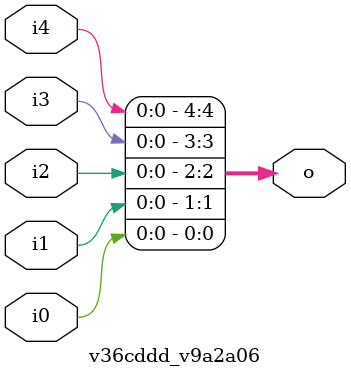
<source format=v>


`default_nettype none

//---- Top entity
module main #(
 parameter v771499 = "v771499.list"
) (
 input vclk,
 output [3:0] v894180,
 output [0:0] vinit
);
 localparam p0 = v771499;
 wire [0:7] w1;
 wire [0:3] w2;
 wire [0:7] w3;
 wire w4;
 assign v894180 = w2;
 assign w4 = vclk;
 v6809d2 #(
  .v9298ae(p0)
 ) v60d27e (
  .v6d8c97(w1),
  .vc4e0ba(w3),
  .v6dda25(w4)
 );
 vda0861 vf2b781 (
  .vffb58f(w1)
 );
 v6bdcd9 v78e5a8 (
  .v2cc41f(w2),
  .vcc8c7c(w3)
 );
 assign vinit = 1'b0;
endmodule

//---- Top entity
module v6809d2 #(
 parameter v9298ae = "v9298ae.list"
) (
 input v6dda25,
 input [7:0] v6d8c97,
 output [7:0] vc4e0ba
);
 localparam p3 = v9298ae;
 wire w0;
 wire w1;
 wire w2;
 wire w4;
 wire w5;
 wire w6;
 wire w7;
 wire [0:7] w8;
 wire [0:7] w9;
 wire w10;
 wire [0:31] w11;
 wire [0:31] w12;
 wire [0:31] w13;
 wire [0:31] w14;
 wire [0:31] w15;
 wire [0:3] w16;
 wire w17;
 wire w18;
 wire w19;
 assign w4 = v6dda25;
 assign w5 = v6dda25;
 assign w6 = v6dda25;
 assign w7 = v6dda25;
 assign vc4e0ba = w8;
 assign w9 = v6d8c97;
 assign w1 = w0;
 assign w5 = w4;
 assign w6 = w4;
 assign w6 = w5;
 assign w7 = w4;
 assign w7 = w5;
 assign w7 = w6;
 assign w12 = w11;
 vf1cffe v468719 (
  .ve9ba68(w0),
  .v79476f(w1),
  .v6dda25(w4),
  .v27dec4(w10),
  .v9231ba(w11),
  .vfc9252(w13),
  .va0e119(w14),
  .ve17e80(w16)
 );
 vd30ca9 v16f275 (
  .v9fb85f(w0)
 );
 v893ac6 #(
  .vba98fe(p3)
 ) vc59f55 (
  .v6dda25(w5),
  .v5d7e06(w11),
  .v9a5b8a(w15)
 );
 ve4c3a8 v29c9ed (
  .v5c832d(w12),
  .v4642b6(w17),
  .vd02149(w18),
  .vafdfa0(w19)
 );
 vf68661 v66eb94 (
  .v6dda25(w7),
  .vfeb41a(w8),
  .vf837fe(w13),
  .ve9e5a1(w16),
  .ve146f6(w19)
 );
 v145d1e v3f3e01 (
  .vc74a9c(w9),
  .vb76294(w14),
  .vb79ed5(w15),
  .v6287a6(w17),
  .v19f646(w18)
 );
 v04e061 vb15d38 (
  .v4642b6(w2),
  .vd6bebe(w6)
 );
 v3676a0 vd1c5e9 (
  .v0e28cb(w2),
  .vcbab45(w10)
 );
endmodule

//---------------------------------------------------
//-- Generic-comp-clk
//-- - - - - - - - - - - - - - - - - - - - - - - - --
//-- Generic component with clk input
//---------------------------------------------------
//---- Top entity
module vf1cffe (
 input v6dda25,
 input v27dec4,
 input [31:0] va0e119,
 input v79476f,
 input ve9ba68,
 output [31:0] v9231ba,
 output [31:0] vfc9252,
 output [3:0] ve17e80,
 output v8d2eee
);
 wire w0;
 wire [0:31] w1;
 wire w2;
 wire w3;
 wire [0:31] w4;
 wire [0:31] w5;
 wire [0:3] w6;
 wire w7;
 wire w8;
 assign w0 = v27dec4;
 assign w1 = va0e119;
 assign w2 = v79476f;
 assign w3 = ve9ba68;
 assign v9231ba = w4;
 assign vfc9252 = w5;
 assign ve17e80 = w6;
 assign v8d2eee = w7;
 assign w8 = v6dda25;
 vf1cffe_v172245 v172245 (
  .reset(w0),
  .mem_rdata(w1),
  .mem_rbusy(w2),
  .mem_wbusy(w3),
  .mem_addr(w4),
  .mem_wdata(w5),
  .mem_wmask(w6),
  .mem_rstrb(w7),
  .clk(w8)
 );
endmodule

//---------------------------------------------------
//-- RV32I
//-- - - - - - - - - - - - - - - - - - - - - - - - --
//-- RV32I
//---------------------------------------------------

module vf1cffe_v172245 (
 input clk,
 input reset,
 input [31:0] mem_rdata,
 input mem_rbusy,
 input mem_wbusy,
 output [31:0] mem_addr,
 output [31:0] mem_wdata,
 output [3:0] mem_wmask,
 output mem_rstrb
);
    localparam RESET_ADDR = 0;
    parameter ADDR_WIDTH       = 24;           
 
    localparam ADDR_PAD = {(32-ADDR_WIDTH){1'b0}}; // 32-bits padding for addrs
 
  /***************************************************************************/
  // Instruction decoding.
  /***************************************************************************/
 
  // Extracts rd,rs1,rs2,funct3,imm and opcode from instruction. 
  // Reference: Table page 104 of:
  // https://content.riscv.org/wp-content/uploads/2017/05/riscv-spec-v2.2.pdf
 
  // The destination register
  wire [4:0] rdId = instr[11:7];
 
  // The ALU function, decoded in 1-hot form (doing so reduces LUT count)
  // It is used as follows: funct3Is[val] <=> funct3 == val
  (* onehot *)
  wire [7:0] funct3Is = 8'b00000001 << instr[14:12];
 
  // The five immediate formats, see RiscV reference (link above), Fig. 2.4 p. 12
  wire [31:0] Uimm = {    instr[31],   instr[30:12], {12{1'b0}}};
  wire [31:0] Iimm = {{21{instr[31]}}, instr[30:20]};
  /* verilator lint_off UNUSED */ // MSBs of SBJimms are not used by addr adder. 
  wire [31:0] Simm = {{21{instr[31]}}, instr[30:25],instr[11:7]};
  wire [31:0] Bimm = {{20{instr[31]}}, instr[7],instr[30:25],instr[11:8],1'b0};
  wire [31:0] Jimm = {{12{instr[31]}}, instr[19:12],instr[20],instr[30:21],1'b0};
  /* verilator lint_on UNUSED */
 
    // Base RISC-V (RV32I) has only 10 different instructions !
    wire isLoad    =  (instr[6:2] == 5'b00000); // rd <- mem[rs1+Iimm]
    wire isALUimm  =  (instr[6:2] == 5'b00100); // rd <- rs1 OP Iimm
    wire isAUIPC   =  (instr[6:2] == 5'b00101); // rd <- PC + Uimm
    wire isStore   =  (instr[6:2] == 5'b01000); // mem[rs1+Simm] <- rs2
    wire isALUreg  =  (instr[6:2] == 5'b01100); // rd <- rs1 OP rs2
    wire isLUI     =  (instr[6:2] == 5'b01101); // rd <- Uimm
    wire isBranch  =  (instr[6:2] == 5'b11000); // if(rs1 OP rs2) PC<-PC+Bimm
    wire isJALR    =  (instr[6:2] == 5'b11001); // rd <- PC+4; PC<-rs1+Iimm
    wire isJAL     =  (instr[6:2] == 5'b11011); // rd <- PC+4; PC<-PC+Jimm
    wire isSYSTEM  =  (instr[6:2] == 5'b11100); // rd <- cycles
 
    wire isALU = isALUimm | isALUreg;
 
    /***************************************************************************/
    // The register file.
    /***************************************************************************/
    
    reg [31:0] rs1;
    reg [31:0] rs2;
    reg [31:0] registerFile [31:0];
 
    always @(posedge clk) begin
      if (writeBack)
        if (rdId != 0)
          registerFile[rdId] <= writeBackData;
    end
 
    /***************************************************************************/
    // The ALU. Does operations and tests combinatorially, except shifts.
    /***************************************************************************/
 
    // First ALU source, always rs1
    wire [31:0] aluIn1 = rs1;
 
    // Second ALU source, depends on opcode:
    //    ALUreg, Branch:     rs2
    //    ALUimm, Load, JALR: Iimm
    wire [31:0] aluIn2 = isALUreg | isBranch ? rs2 : Iimm;
 
    reg  [31:0] aluReg;       // The internal register of the ALU, used by shift.
    reg  [4:0]  aluShamt;     // Current shift amount.
 
    wire aluBusy = |aluShamt; // ALU is busy if shift amount is non-zero.
    wire aluWr;               // ALU write strobe, starts shifting.
 
    // The adder is used by both arithmetic instructions and JALR.
    wire [31:0] aluPlus = aluIn1 + aluIn2;
 
    // Use a single 33 bits subtract to do subtraction and all comparisons
    // (trick borrowed from swapforth/J1)
    wire [32:0] aluMinus = {1'b1, ~aluIn2} + {1'b0,aluIn1} + 33'b1;
    wire        LT  = (aluIn1[31] ^ aluIn2[31]) ? aluIn1[31] : aluMinus[32];
    wire        LTU = aluMinus[32];
    wire        EQ  = (aluMinus[31:0] == 0);
 
    // Notes:
    // - instr[30] is 1 for SUB and 0 for ADD
    // - for SUB, need to test also instr[5] to discriminate ADDI:
    //    (1 for ADD/SUB, 0 for ADDI, and Iimm used by ADDI overlaps bit 30 !)
    // - instr[30] is 1 for SRA (do sign extension) and 0 for SRL
    
    wire [31:0] aluOut =
      (funct3Is[0]  ? instr[30] & instr[5] ? aluMinus[31:0] : aluPlus : 32'b0) | 
      (funct3Is[2]  ? {31'b0, LT}                                     : 32'b0) | 
      (funct3Is[3]  ? {31'b0, LTU}                                    : 32'b0) | 
      (funct3Is[4]  ? aluIn1 ^ aluIn2                                 : 32'b0) | 
      (funct3Is[6]  ? aluIn1 | aluIn2                                 : 32'b0) | 
      (funct3Is[7]  ? aluIn1 & aluIn2                                 : 32'b0) | 
      (funct3IsShift ? aluReg                                         : 32'b0) ; 
 
    wire funct3IsShift = funct3Is[1] | funct3Is[5];
 
    always @(posedge clk) begin
       if(aluWr) begin
          if (funct3IsShift) begin  // SLL, SRA, SRL
 	    aluReg <= aluIn1; 
 	    aluShamt <= aluIn2[4:0]; 
 	 end 
       end 
 
       // Compact form of:
       // funct3=001              -> SLL  (aluReg <= aluReg << 1)      
       // funct3=101 &  instr[30] -> SRA  (aluReg <= {aluReg[31], aluReg[31:1]})
       // funct3=101 & !instr[30] -> SRL  (aluReg <= {1'b0,       aluReg[31:1]})
 
       if (|aluShamt) begin
          aluShamt <= aluShamt - 1;
 	 aluReg <= funct3Is[1] ? aluReg << 1 :              // SLL
 		   {instr[30] & aluReg[31], aluReg[31:1]};  // SRA,SRL
       end
    end
 
    /***************************************************************************/
    // The predicate for conditional branches.
    /***************************************************************************/
 
    wire predicate =
         funct3Is[0] &  EQ  | // BEQ
         funct3Is[1] & !EQ  | // BNE
         funct3Is[4] &  LT  | // BLT
         funct3Is[5] & !LT  | // BGE
         funct3Is[6] &  LTU | // BLTU
         funct3Is[7] & !LTU ; // BGEU
 
    /***************************************************************************/
    // Program counter and branch target computation.
    /***************************************************************************/
 
    reg  [ADDR_WIDTH-1:0] PC; // The program counter.
    reg  [31:2] instr;        // Latched instruction. Note that bits 0 and 1 are
                              // ignored (not used in RV32I base instr set).
 
    wire [ADDR_WIDTH-1:0] PCplus4 = PC + 4;
 
    // An adder used to compute branch address, JAL address and AUIPC.
    // branch->PC+Bimm    AUIPC->PC+Uimm    JAL->PC+Jimm
    // Equivalent to PCplusImm = PC + (isJAL ? Jimm : isAUIPC ? Uimm : Bimm)
    wire [ADDR_WIDTH-1:0] PCplusImm = PC + ( instr[3] ? Jimm[ADDR_WIDTH-1:0] : 
 					    instr[4] ? Uimm[ADDR_WIDTH-1:0] : 
 					               Bimm[ADDR_WIDTH-1:0] );
 
    // A separate adder to compute the destination of load/store.
    // testing instr[5] is equivalent to testing isStore in this context.
    wire [ADDR_WIDTH-1:0] loadstore_addr = rs1[ADDR_WIDTH-1:0] + 
 		   (instr[5] ? Simm[ADDR_WIDTH-1:0] : Iimm[ADDR_WIDTH-1:0]);
 
    assign mem_addr = {ADDR_PAD, 
 		       state[WAIT_INSTR_bit] | state[FETCH_INSTR_bit] ? 
 		       PC : loadstore_addr
 		     };
 
    /***************************************************************************/
    // The value written back to the register file.
    /***************************************************************************/
 
    wire [31:0] writeBackData  =
       /* verilator lint_off WIDTH */	       	       
       (isSYSTEM            ? cycles               : 32'b0) |  // SYSTEM
       /* verilator lint_on WIDTH */	       	       	       
       (isLUI               ? Uimm                 : 32'b0) |  // LUI
       (isALU               ? aluOut               : 32'b0) |  // ALUreg, ALUimm
       (isAUIPC             ? {ADDR_PAD,PCplusImm} : 32'b0) |  // AUIPC
       (isJALR   | isJAL    ? {ADDR_PAD,PCplus4  } : 32'b0) |  // JAL, JALR
       (isLoad              ? LOAD_data            : 32'b0);   // Load
 
    /***************************************************************************/
    // LOAD/STORE
    /***************************************************************************/
 
    // All memory accesses are aligned on 32 bits boundary. For this
    // reason, we need some circuitry that does unaligned halfword
    // and byte load/store, based on:
    // - funct3[1:0]:  00->byte 01->halfword 10->word
    // - mem_addr[1:0]: indicates which byte/halfword is accessed
 
    wire mem_byteAccess     = instr[13:12] == 2'b00; // funct3[1:0] == 2'b00;
    wire mem_halfwordAccess = instr[13:12] == 2'b01; // funct3[1:0] == 2'b01;
 
    // LOAD, in addition to funct3[1:0], LOAD depends on:
    // - funct3[2] (instr[14]): 0->do sign expansion   1->no sign expansion
 
    wire LOAD_sign = 
 	!instr[14] & (mem_byteAccess ? LOAD_byte[7] : LOAD_halfword[15]);
 
    wire [31:0] LOAD_data =
          mem_byteAccess ? {{24{LOAD_sign}},     LOAD_byte} :
      mem_halfwordAccess ? {{16{LOAD_sign}}, LOAD_halfword} :
                           mem_rdata ;
 
    wire [15:0] LOAD_halfword = 
 	       loadstore_addr[1] ? mem_rdata[31:16] : mem_rdata[15:0];
    
    wire  [7:0] LOAD_byte = 
 	       loadstore_addr[0] ? LOAD_halfword[15:8] : LOAD_halfword[7:0];
 
    // STORE
 
    assign mem_wdata[ 7: 0] = rs2[7:0];
    assign mem_wdata[15: 8] = loadstore_addr[0] ? rs2[7:0]  : rs2[15: 8];
    assign mem_wdata[23:16] = loadstore_addr[1] ? rs2[7:0]  : rs2[23:16];
    assign mem_wdata[31:24] = loadstore_addr[0] ? rs2[7:0]  : 
 			     loadstore_addr[1] ? rs2[15:8] : rs2[31:24];
 
    // The memory write mask:
    //    1111                     if writing a word
    //    0011 or 1100             if writing a halfword 
    //                                (depending on loadstore_addr[1])
    //    0001, 0010, 0100 or 1000 if writing a byte     
    //                                (depending on loadstore_addr[1:0])
 
    wire [3:0] STORE_wmask =
 	      mem_byteAccess      ? 
 	            (loadstore_addr[1] ? 
 		          (loadstore_addr[0] ? 4'b1000 : 4'b0100) :
 		          (loadstore_addr[0] ? 4'b0010 : 4'b0001) 
                     ) :
 	      mem_halfwordAccess ? 
 	            (loadstore_addr[1] ? 4'b1100 : 4'b0011) :
               4'b1111;
 
    /*************************************************************************/
    // And, last but not least, the state machine.
    /*************************************************************************/
 
    localparam FETCH_INSTR_bit     = 0;
    localparam WAIT_INSTR_bit      = 1;
    localparam EXECUTE_bit         = 2;
    localparam WAIT_ALU_OR_MEM_bit = 3;
    localparam NB_STATES           = 4;
 
    localparam FETCH_INSTR     = 1 << FETCH_INSTR_bit;
    localparam WAIT_INSTR      = 1 << WAIT_INSTR_bit;
    localparam EXECUTE         = 1 << EXECUTE_bit;
    localparam WAIT_ALU_OR_MEM = 1 << WAIT_ALU_OR_MEM_bit;
    
    (* onehot *)
    reg [NB_STATES-1:0] state;
 
    // The signals (internal and external) that are determined
    // combinatorially from state and other signals.
 
    // register write-back enable.
    wire writeBack = ~(isBranch | isStore ) & 
 	            (state[EXECUTE_bit] | state[WAIT_ALU_OR_MEM_bit]);
 
    // The memory-read signal.
    assign mem_rstrb = state[EXECUTE_bit] & isLoad | state[FETCH_INSTR_bit];
 
    // The mask for memory-write.
    assign mem_wmask = {4{state[EXECUTE_bit] & isStore}} & STORE_wmask;
 
    // aluWr starts computation (shifts) in the ALU.
    assign aluWr = state[EXECUTE_bit] & isALU;
 
    wire jumpToPCplusImm = isJAL | (isBranch & predicate);
 `ifdef NRV_IS_IO_ADDR  
    wire needToWait = isLoad | 
 		     isStore  & `NRV_IS_IO_ADDR(mem_addr) | 
 		     isALU & funct3IsShift;
 `else
    wire needToWait = isLoad | isStore | isALU & funct3IsShift;   
 `endif
    
    always @(posedge clk) begin
       if(!reset) begin
          state      <= WAIT_ALU_OR_MEM; // Just waiting for !mem_wbusy
          PC         <= RESET_ADDR[ADDR_WIDTH-1:0];
       end else
 
       // See note [1] at the end of this file.
       (* parallel_case *)
       case(1'b1)
 
         state[WAIT_INSTR_bit]: begin
            if(!mem_rbusy) begin // may be high when executing from SPI flash
               rs1 <= registerFile[mem_rdata[19:15]];
               rs2 <= registerFile[mem_rdata[24:20]];
               instr <= mem_rdata[31:2]; // Bits 0 and 1 are ignored (see
               state <= EXECUTE;         // also the declaration of instr).
            end
         end
 
         state[EXECUTE_bit]: begin
            PC <= isJALR          ? {aluPlus[ADDR_WIDTH-1:1],1'b0} :
                  jumpToPCplusImm ? PCplusImm :
                  PCplus4;
 	   state <= needToWait ? WAIT_ALU_OR_MEM : FETCH_INSTR;
         end
 
         state[WAIT_ALU_OR_MEM_bit]: begin
            if(!aluBusy & !mem_rbusy & !mem_wbusy) state <= FETCH_INSTR;
         end
 
         default: begin // FETCH_INSTR
           state <= WAIT_INSTR;
         end
 	
       endcase
    end
 
    /***************************************************************************/
    // Cycle counter
    /***************************************************************************/
 
 `ifdef NRV_COUNTER_WIDTH
    reg [`NRV_COUNTER_WIDTH-1:0]  cycles;   
 `else   
    reg [31:0]  cycles;
 `endif   
    always @(posedge clk) cycles <= cycles + 1;
 
 `ifdef BENCH
    initial begin
       cycles = 0;
       aluShamt = 0;
       registerFile[0] = 0;
    end
 `endif
 
 
 /*****************************************************************************/
 // Notes:
 //
 // [1] About the "reverse case" statement, also used in Claire Wolf's picorv32:
 // It is just a cleaner way of writing a series of cascaded if() statements,
 // To understand it, think about the case statement *in general* as follows:
 // case (expr)
 //       val_1: statement_1
 //       val_2: statement_2
 //   ... val_n: statement_n
 // endcase
 // The first statement_i such that expr == val_i is executed. 
 // Now if expr is 1'b1:
 // case (1'b1)
 //       cond_1: statement_1
 //       cond_2: statement_2
 //   ... cond_n: statement_n
 // endcase
 // It is *exactly the same thing*, the first statement_i such that
 // expr == cond_i is executed (that is, such that 1'b1 == cond_i,
 // in other words, such that cond_i is true)
 // More on this: 
 //     https://stackoverflow.com/questions/15418636/case-statement-in-verilog
 //
 // [2] state uses 1-hot encoding (at any time, state has only one bit set to 1).
 // It uses a larger number of bits (one bit per state), but often results in
 // a both more compact (fewer LUTs) and faster state machine.
 
 
 
endmodule
//---- Top entity
module vd30ca9 (
 output v9fb85f
);
 wire w0;
 assign v9fb85f = w0;
 vd30ca9_vb2eccd vb2eccd (
  .q(w0)
 );
endmodule

//---------------------------------------------------
//-- bit-0
//-- - - - - - - - - - - - - - - - - - - - - - - - --
//-- Constant bit 0
//---------------------------------------------------

module vd30ca9_vb2eccd (
 output q
);
 //-- Constant bit-0
 assign q = 1'b0;
 
 
endmodule
//---- Top entity
module v893ac6 #(
 parameter vba98fe = "vba98fe.list"
) (
 input v6dda25,
 input [31:0] v5d7e06,
 output [31:0] v9a5b8a
);
 localparam p6 = vba98fe;
 wire w0;
 wire [0:31] w1;
 wire w2;
 wire [0:31] w3;
 wire [0:9] w4;
 wire [0:31] w5;
 wire w7;
 wire [0:31] w8;
 wire [0:31] w9;
 assign w7 = v6dda25;
 assign v9a5b8a = w8;
 assign w9 = v5d7e06;
 vd30ca9 vc98086 (
  .v9fb85f(w0)
 );
 vd30ca9 v30628d (
  .v9fb85f(w2)
 );
 v2c97f6 v773b48 (
  .v7c9bd8(w3)
 );
 v675d07 #(
  .v5a4ee6(p6)
 ) vdbacf7 (
  .v23dc54(w2),
  .v6f4b70(w3),
  .vb261ad(w4),
  .v922e3d(w7),
  .vddff9f(w8)
 );
 v794b6d va8ea8d (
  .vef1612(w4),
  .ve841af(w5)
 );
 vaaf5c4 ve8e400 (
  .v712289(w0),
  .v51eedb(w1),
  .v4f6beb(w9)
 );
 vaaf5c4 v677471 (
  .v4f6beb(w1),
  .v51eedb(w5)
 );
endmodule

//---------------------------------------------------
//-- Generic-comp-clk
//-- - - - - - - - - - - - - - - - - - - - - - - - --
//-- Generic component with clk input
//---------------------------------------------------
//---- Top entity
module v2c97f6 #(
 parameter vfffc23 = 0
) (
 output [31:0] v7c9bd8
);
 localparam p0 = vfffc23;
 wire [0:31] w1;
 assign v7c9bd8 = w1;
 v959751 #(
  .vc5c8ea(p0)
 ) v9f49e7 (
  .vbc97e4(w1)
 );
endmodule

//---------------------------------------------------
//-- 32bits-Value_0
//-- - - - - - - - - - - - - - - - - - - - - - - - --
//-- 32bits constant value: 0
//---------------------------------------------------
//---- Top entity
module v959751 #(
 parameter vc5c8ea = 0
) (
 output [31:0] vbc97e4
);
 localparam p0 = vc5c8ea;
 wire [0:31] w1;
 assign vbc97e4 = w1;
 v959751_v465065 #(
  .VALUE(p0)
 ) v465065 (
  .k(w1)
 );
endmodule

//---------------------------------------------------
//-- 32-bits-gen-constant
//-- - - - - - - - - - - - - - - - - - - - - - - - --
//-- Generic: 32-bits generic constant
//---------------------------------------------------

module v959751_v465065 #(
 parameter VALUE = 0
) (
 output [31:0] k
);
 assign k = VALUE;
endmodule
//---- Top entity
module v675d07 #(
 parameter v5a4ee6 = "v5a4ee6.list"
) (
 input v922e3d,
 input [9:0] vb261ad,
 input [31:0] v6f4b70,
 input v23dc54,
 output [31:0] vddff9f
);
 localparam p2 = v5a4ee6;
 wire w0;
 wire w1;
 wire [0:9] w3;
 wire [0:31] w4;
 wire [0:31] w5;
 assign w0 = v922e3d;
 assign w1 = v23dc54;
 assign w3 = vb261ad;
 assign vddff9f = w4;
 assign w5 = v6f4b70;
 v675d07_vbaa912 #(
  .ROMF(p2)
 ) vbaa912 (
  .clk(w0),
  .wr(w1),
  .addr(w3),
  .data_out(w4),
  .data_in(w5)
 );
endmodule

//---------------------------------------------------
//-- Memory-1Kx32
//-- - - - - - - - - - - - - - - - - - - - - - - - --
//-- Smem 1kx32: Synchronous memory: 1024 words of 32 bits
//---------------------------------------------------

module v675d07_vbaa912 #(
 parameter ROMF = 0
) (
 input clk,
 input [9:0] addr,
 input [31:0] data_in,
 input wr,
 output [31:0] data_out
);
 //-- Address with
 localparam ADDR_WIDTH = 10;
 //-- Data with
 localparam DATA_WIDTH = 32;
 
 //-- Size of the memory
 localparam SIZE = 1 << ADDR_WIDTH;
 
 //-- Memory itself
 reg [DATA_WIDTH-1:0] mem[0:SIZE-1];
 
 //-- The data_out is a registered output (not a wire)
 reg data_out;
 
 //-- Reading port: Synchronous
 always @(posedge clk)
 begin
   data_out <= mem[addr];
 end
 
 //-- Writing port: Synchronous
 always @(posedge clk)
 begin
     if (wr) mem[addr] <= data_in;
 end
 
 
 //-- Init the memory
 initial begin
   
   if (ROMF)
     $readmemh(ROMF, mem, 0, SIZE-1);
   
 end
 
endmodule
//---- Top entity
module v794b6d (
 input [31:0] ve841af,
 output [21:0] v51fb1f,
 output [9:0] vef1612
);
 wire [0:31] w0;
 wire [0:9] w1;
 wire [0:21] w2;
 assign w0 = ve841af;
 assign vef1612 = w1;
 assign v51fb1f = w2;
 v794b6d_v9a2a06 v9a2a06 (
  .i(w0),
  .o0(w1),
  .o1(w2)
 );
endmodule

//---------------------------------------------------
//-- Bus32-Split-22-10
//-- - - - - - - - - - - - - - - - - - - - - - - - --
//-- Bus32-Split-22-10: Split the 32-bits bus into two buses of 22 and 10 wires
//---------------------------------------------------

module v794b6d_v9a2a06 (
 input [31:0] i,
 output [21:0] o1,
 output [9:0] o0
);
 assign o1 = i[31:10];
 assign o0 = i[9:0];
endmodule
//---- Top entity
module vaaf5c4 (
 input v712289,
 input [31:0] v4f6beb,
 output [31:0] v51eedb,
 output v7e4f0f
);
 wire [0:31] w0;
 wire w1;
 wire w2;
 wire [0:30] w3;
 wire [0:31] w4;
 assign w0 = v4f6beb;
 assign v7e4f0f = w1;
 assign w2 = v712289;
 assign v51eedb = w4;
 vecd30a vd4273f (
  .ve841af(w0),
  .v8d1a42(w1),
  .v11ef80(w3)
 );
 v51b3c0 v9b7810 (
  .v411a12(w2),
  .vd40455(w3),
  .v7d0a31(w4)
 );
endmodule

//---------------------------------------------------
//-- SR1-32bits
//-- - - - - - - - - - - - - - - - - - - - - - - - --
//-- SR1-32bits: Shift  a 32-bit value one bit right. MSB is filled with the input  in
//---------------------------------------------------
//---- Top entity
module vecd30a (
 input [31:0] ve841af,
 output [30:0] v11ef80,
 output v8d1a42
);
 wire [0:31] w0;
 wire w1;
 wire [0:30] w2;
 assign w0 = ve841af;
 assign v8d1a42 = w1;
 assign v11ef80 = w2;
 vecd30a_v9a2a06 v9a2a06 (
  .i(w0),
  .o0(w1),
  .o1(w2)
 );
endmodule

//---------------------------------------------------
//-- Bus32-Split-31-1
//-- - - - - - - - - - - - - - - - - - - - - - - - --
//-- Bus32-Split-31-1: Split the 32-bits bus into two buses of 31 and 1 wires
//---------------------------------------------------

module vecd30a_v9a2a06 (
 input [31:0] i,
 output [30:0] o1,
 output o0
);
 assign o1 = i[31:1];
 assign o0 = i[0];
endmodule
//---- Top entity
module v51b3c0 (
 input v411a12,
 input [30:0] vd40455,
 output [31:0] v7d0a31
);
 wire [0:31] w0;
 wire [0:30] w1;
 wire w2;
 assign v7d0a31 = w0;
 assign w1 = vd40455;
 assign w2 = v411a12;
 v51b3c0_v9a2a06 v9a2a06 (
  .o(w0),
  .i0(w1),
  .i1(w2)
 );
endmodule

//---------------------------------------------------
//-- Bus32-Join-1-31
//-- - - - - - - - - - - - - - - - - - - - - - - - --
//-- Bus32-Join-1-31: Join the two buses into an 32-bits Bus
//---------------------------------------------------

module v51b3c0_v9a2a06 (
 input i1,
 input [30:0] i0,
 output [31:0] o
);
 assign o = {i1, i0};
 
endmodule
//---- Top entity
module ve4c3a8 #(
 parameter v389bd1 = 5'h1F
) (
 input [31:0] v5c832d,
 output v4642b6,
 output vafdfa0,
 output vd02149
);
 localparam p8 = v389bd1;
 wire w0;
 wire w1;
 wire w2;
 wire [0:14] w3;
 wire [0:4] w4;
 wire [0:4] w5;
 wire [0:4] w6;
 wire [0:4] w7;
 wire [0:2] w9;
 wire [0:31] w10;
 wire [0:31] w11;
 wire w12;
 wire w13;
 wire w14;
 wire w15;
 wire w16;
 assign w10 = v5c832d;
 assign w11 = v5c832d;
 assign v4642b6 = w12;
 assign vafdfa0 = w13;
 assign vd02149 = w14;
 assign w2 = w1;
 assign w6 = w4;
 assign w11 = w10;
 assign w16 = w15;
 v3676a0 v8f98d9 (
  .vcbab45(w0),
  .v0e28cb(w1)
 );
 vba518e v72db53 (
  .v0e28cb(w0),
  .vcbab45(w13),
  .v3ca442(w16)
 );
 vba518e v97a3cf (
  .v3ca442(w2),
  .vcbab45(w14),
  .v0e28cb(w15)
 );
 v9a2795 v666bdb (
  .vda577d(w1),
  .vdee7c7(w9)
 );
 va7b832 ve316c5 (
  .v29a212(w3),
  .ve841af(w10)
 );
 vef0f91 v3ffece (
  .vcbe66f(w3),
  .vfa86aa(w4)
 );
 v1cc648 v736214 (
  .vfad888(w4),
  .vd80e4f(w5),
  .v4642b6(w12)
 );
 v108a6d v2a89b0 (
  .v6ece80(w5)
 );
 v1cc648 v01ba64 (
  .vd80e4f(w6),
  .vfad888(w7),
  .v4642b6(w15)
 );
 v3693fc #(
  .vc5c8ea(p8)
 ) v006a39 (
  .vc8d3b9(w7)
 );
 ve500df vfe8608 (
  .vbb2522(w9),
  .ve841af(w11)
 );
endmodule

//---------------------------------------------------
//-- Generic-comp
//-- - - - - - - - - - - - - - - - - - - - - - - - --
//-- Componente genérico
//---------------------------------------------------
//---- Top entity
module v3676a0 (
 input v0e28cb,
 output vcbab45
);
 wire w0;
 wire w1;
 assign w0 = v0e28cb;
 assign vcbab45 = w1;
 v3676a0_vd54ca1 vd54ca1 (
  .a(w0),
  .q(w1)
 );
endmodule

//---------------------------------------------------
//-- NOT
//-- - - - - - - - - - - - - - - - - - - - - - - - --
//-- NOT gate (Verilog implementation)
//---------------------------------------------------

module v3676a0_vd54ca1 (
 input a,
 output q
);
 //-- NOT Gate
 assign q = ~a;
 
 
endmodule
//---- Top entity
module vba518e (
 input v0e28cb,
 input v3ca442,
 output vcbab45
);
 wire w0;
 wire w1;
 wire w2;
 assign w0 = v0e28cb;
 assign w1 = v3ca442;
 assign vcbab45 = w2;
 vba518e_vf4938a vf4938a (
  .a(w0),
  .b(w1),
  .c(w2)
 );
endmodule

//---------------------------------------------------
//-- AND2
//-- - - - - - - - - - - - - - - - - - - - - - - - --
//-- Two bits input And gate
//---------------------------------------------------

module vba518e_vf4938a (
 input a,
 input b,
 output c
);
 //-- AND gate
 //-- Verilog implementation
 
 assign c = a & b;
 
endmodule
//---- Top entity
module v9a2795 (
 input [2:0] vdee7c7,
 output vda577d,
 output v3f8943,
 output v64d863
);
 wire w0;
 wire w1;
 wire [0:2] w2;
 wire w3;
 assign v3f8943 = w0;
 assign v64d863 = w1;
 assign w2 = vdee7c7;
 assign vda577d = w3;
 v9a2795_v9a2a06 v9a2a06 (
  .o1(w0),
  .o0(w1),
  .i(w2),
  .o2(w3)
 );
endmodule

//---------------------------------------------------
//-- Bus3-Split-all
//-- - - - - - - - - - - - - - - - - - - - - - - - --
//-- Bus3-Split-all: Split the 3-bits bus into three wires
//---------------------------------------------------

module v9a2795_v9a2a06 (
 input [2:0] i,
 output o2,
 output o1,
 output o0
);
 assign o2 = i[2];
 assign o1 = i[1];
 assign o0 = i[0];
endmodule
//---- Top entity
module va7b832 (
 input [31:0] ve841af,
 output [16:0] v62a8c1,
 output [14:0] v29a212
);
 wire [0:31] w0;
 wire [0:14] w1;
 wire [0:16] w2;
 assign w0 = ve841af;
 assign v29a212 = w1;
 assign v62a8c1 = w2;
 va7b832_v9a2a06 v9a2a06 (
  .i(w0),
  .o0(w1),
  .o1(w2)
 );
endmodule

//---------------------------------------------------
//-- Bus32-Split-17-15
//-- - - - - - - - - - - - - - - - - - - - - - - - --
//-- Bus32-Split-17-15: Split the 32-bits bus into two buses of 17 and 15 wires
//---------------------------------------------------

module va7b832_v9a2a06 (
 input [31:0] i,
 output [16:0] o1,
 output [14:0] o0
);
 assign o1 = i[31:15];
 assign o0 = i[14:0];
endmodule
//---- Top entity
module vef0f91 (
 input [14:0] vcbe66f,
 output [4:0] vfa86aa,
 output [9:0] vbdb2c8
);
 wire [0:14] w0;
 wire [0:9] w1;
 wire [0:4] w2;
 assign w0 = vcbe66f;
 assign vbdb2c8 = w1;
 assign vfa86aa = w2;
 vef0f91_v9a2a06 v9a2a06 (
  .i(w0),
  .o0(w1),
  .o1(w2)
 );
endmodule

//---------------------------------------------------
//-- Bus15-Split-7-8 CLONE
//-- - - - - - - - - - - - - - - - - - - - - - - - --
//-- Bus15-Split-7-8: Split the 15-bits bus into two buses of 7 and 8 bits
//---------------------------------------------------

module vef0f91_v9a2a06 (
 input [14:0] i,
 output [4:0] o1,
 output [9:0] o0
);
 assign o1 = i[14:10];
 assign o0 = i[9:0];
endmodule
//---- Top entity
module v1cc648 (
 input [4:0] vd80e4f,
 input [4:0] vfad888,
 output v4642b6
);
 wire w0;
 wire [0:4] w1;
 wire [0:4] w2;
 wire w3;
 wire w4;
 wire w5;
 wire [0:3] w6;
 wire w7;
 wire [0:3] w8;
 assign v4642b6 = w0;
 assign w1 = vfad888;
 assign w2 = vd80e4f;
 v23b15b vc1b29d (
  .v4642b6(w3),
  .v27dec4(w5),
  .v6848e9(w7)
 );
 v91f34c vf38386 (
  .v427dd1(w1),
  .v53baa6(w7),
  .v479af4(w8)
 );
 v91f34c v83c3c9 (
  .v427dd1(w2),
  .v53baa6(w5),
  .v479af4(w6)
 );
 v438230 v577a36 (
  .v4642b6(w4),
  .v693354(w6),
  .v5369cd(w8)
 );
 vba518e v707c6e (
  .vcbab45(w0),
  .v0e28cb(w3),
  .v3ca442(w4)
 );
endmodule

//---------------------------------------------------
//-- comp2-5bits
//-- - - - - - - - - - - - - - - - - - - - - - - - --
//-- Comp2-5bit: Comparator of two 5-bit numbers
//---------------------------------------------------
//---- Top entity
module v23b15b (
 input v27dec4,
 input v6848e9,
 output v4642b6
);
 wire w0;
 wire w1;
 wire w2;
 wire w3;
 assign w1 = v27dec4;
 assign v4642b6 = w2;
 assign w3 = v6848e9;
 vd12401 v955b2b (
  .vcbab45(w0),
  .v0e28cb(w1),
  .v3ca442(w3)
 );
 v3676a0 vf92936 (
  .v0e28cb(w0),
  .vcbab45(w2)
 );
endmodule

//---------------------------------------------------
//-- comp2-1bit
//-- - - - - - - - - - - - - - - - - - - - - - - - --
//-- Comp2-1bit: Comparator of two 1-bit numbers
//---------------------------------------------------
//---- Top entity
module vd12401 (
 input v0e28cb,
 input v3ca442,
 output vcbab45
);
 wire w0;
 wire w1;
 wire w2;
 assign w0 = v0e28cb;
 assign w1 = v3ca442;
 assign vcbab45 = w2;
 vd12401_vf4938a vf4938a (
  .a(w0),
  .b(w1),
  .c(w2)
 );
endmodule

//---------------------------------------------------
//-- XOR2
//-- - - - - - - - - - - - - - - - - - - - - - - - --
//-- XOR gate: two bits input xor gate
//---------------------------------------------------

module vd12401_vf4938a (
 input a,
 input b,
 output c
);
 //-- XOR gate
 //-- Verilog implementation
 
 assign c = a ^ b;
 
endmodule
//---- Top entity
module v91f34c (
 input [4:0] v427dd1,
 output v53baa6,
 output [3:0] v479af4
);
 wire [0:3] w0;
 wire [0:4] w1;
 wire w2;
 assign v479af4 = w0;
 assign w1 = v427dd1;
 assign v53baa6 = w2;
 v91f34c_v9a2a06 v9a2a06 (
  .o0(w0),
  .i(w1),
  .o1(w2)
 );
endmodule

//---------------------------------------------------
//-- Bus5-Split-1-4
//-- - - - - - - - - - - - - - - - - - - - - - - - --
//-- Bus5-Split-1-4: Split the 5-bits bus into two buses of 1 and 4 bits
//---------------------------------------------------

module v91f34c_v9a2a06 (
 input [4:0] i,
 output o1,
 output [3:0] o0
);
 assign o1 = i[4];
 assign o0 = i[3:0];
 
endmodule
//---- Top entity
module v438230 (
 input [3:0] v693354,
 input [3:0] v5369cd,
 output v4642b6
);
 wire w0;
 wire [0:3] w1;
 wire [0:3] w2;
 wire w3;
 wire w4;
 wire w5;
 wire w6;
 wire w7;
 wire w8;
 wire w9;
 wire w10;
 wire w11;
 wire w12;
 wire w13;
 wire w14;
 assign v4642b6 = w0;
 assign w1 = v693354;
 assign w2 = v5369cd;
 v23b15b v09a5a5 (
  .v4642b6(w3),
  .v27dec4(w12),
  .v6848e9(w14)
 );
 v23b15b vc1b29d (
  .v4642b6(w4),
  .v27dec4(w11),
  .v6848e9(w13)
 );
 v23b15b vcd27ce (
  .v4642b6(w5),
  .v27dec4(w9),
  .v6848e9(w10)
 );
 vc4f23a vea9c80 (
  .v985fcb(w1),
  .v4f1fd3(w7),
  .vda577d(w9),
  .v3f8943(w11),
  .v64d863(w12)
 );
 vc4f23a va7dcdc (
  .v985fcb(w2),
  .v4f1fd3(w8),
  .vda577d(w10),
  .v3f8943(w13),
  .v64d863(w14)
 );
 v23b15b va0849c (
  .v4642b6(w6),
  .v27dec4(w7),
  .v6848e9(w8)
 );
 veffd42 v6e3e65 (
  .vcbab45(w0),
  .v3ca442(w3),
  .v0e28cb(w4),
  .v033bf6(w5),
  .v9eb652(w6)
 );
endmodule

//---------------------------------------------------
//-- comp2-4bits
//-- - - - - - - - - - - - - - - - - - - - - - - - --
//-- Comp2-4bit: Comparator of two 4-bit numbers
//---------------------------------------------------
//---- Top entity
module vc4f23a (
 input [3:0] v985fcb,
 output v4f1fd3,
 output vda577d,
 output v3f8943,
 output v64d863
);
 wire w0;
 wire w1;
 wire w2;
 wire w3;
 wire [0:3] w4;
 assign v3f8943 = w0;
 assign v64d863 = w1;
 assign vda577d = w2;
 assign v4f1fd3 = w3;
 assign w4 = v985fcb;
 vc4f23a_v9a2a06 v9a2a06 (
  .o1(w0),
  .o0(w1),
  .o2(w2),
  .o3(w3),
  .i(w4)
 );
endmodule

//---------------------------------------------------
//-- Bus4-Split-all
//-- - - - - - - - - - - - - - - - - - - - - - - - --
//-- Bus4-Split-all: Split the 4-bits bus into its wires
//---------------------------------------------------

module vc4f23a_v9a2a06 (
 input [3:0] i,
 output o3,
 output o2,
 output o1,
 output o0
);
 assign o3 = i[3];
 assign o2 = i[2];
 assign o1 = i[1];
 assign o0 = i[0];
endmodule
//---- Top entity
module veffd42 (
 input v9eb652,
 input v033bf6,
 input v0e28cb,
 input v3ca442,
 output vcbab45
);
 wire w0;
 wire w1;
 wire w2;
 wire w3;
 wire w4;
 wire w5;
 wire w6;
 assign w0 = v3ca442;
 assign w1 = v9eb652;
 assign w2 = v033bf6;
 assign w3 = v0e28cb;
 assign vcbab45 = w4;
 vba518e vf3ef0f (
  .v3ca442(w0),
  .v0e28cb(w3),
  .vcbab45(w6)
 );
 vba518e vdcc53d (
  .v0e28cb(w1),
  .v3ca442(w2),
  .vcbab45(w5)
 );
 vba518e v17ac22 (
  .vcbab45(w4),
  .v0e28cb(w5),
  .v3ca442(w6)
 );
endmodule

//---------------------------------------------------
//-- AND4
//-- - - - - - - - - - - - - - - - - - - - - - - - --
//-- Three bits input And gate
//---------------------------------------------------
//---- Top entity
module v108a6d #(
 parameter vfffc23 = 0
) (
 output [4:0] v6ece80
);
 localparam p0 = vfffc23;
 wire [0:4] w1;
 assign v6ece80 = w1;
 v3693fc #(
  .vc5c8ea(p0)
 ) ve88537 (
  .vc8d3b9(w1)
 );
endmodule

//---------------------------------------------------
//-- 5bits-Value_0
//-- - - - - - - - - - - - - - - - - - - - - - - - --
//-- 5bits constant value: 0
//---------------------------------------------------
//---- Top entity
module v3693fc #(
 parameter vc5c8ea = 0
) (
 output [4:0] vc8d3b9
);
 localparam p0 = vc5c8ea;
 wire [0:4] w1;
 assign vc8d3b9 = w1;
 v3693fc_v465065 #(
  .VALUE(p0)
 ) v465065 (
  .k(w1)
 );
endmodule

//---------------------------------------------------
//-- 5-bits-gen-constant
//-- - - - - - - - - - - - - - - - - - - - - - - - --
//-- Generic: 5-bits generic constant (0-31)
//---------------------------------------------------

module v3693fc_v465065 #(
 parameter VALUE = 0
) (
 output [4:0] k
);
 assign k = VALUE;
endmodule
//---- Top entity
module ve500df (
 input [31:0] ve841af,
 output [28:0] vfc82fb,
 output [2:0] vbb2522
);
 wire [0:31] w0;
 wire [0:2] w1;
 wire [0:28] w2;
 assign w0 = ve841af;
 assign vbb2522 = w1;
 assign vfc82fb = w2;
 ve500df_v9a2a06 v9a2a06 (
  .i(w0),
  .o0(w1),
  .o1(w2)
 );
endmodule

//---------------------------------------------------
//-- Bus32-Split-29-3
//-- - - - - - - - - - - - - - - - - - - - - - - - --
//-- Bus32-Split-29-3: Split the 29-bits bus into two buses of 29 and 3 wires
//---------------------------------------------------

module ve500df_v9a2a06 (
 input [31:0] i,
 output [28:0] o1,
 output [2:0] o0
);
 assign o1 = i[31:3];
 assign o0 = i[2:0];
endmodule
//---- Top entity
module vf68661 (
 input v6dda25,
 input [31:0] vf837fe,
 input [3:0] ve9e5a1,
 input ve146f6,
 output [7:0] vfeb41a
);
 wire w0;
 wire [0:7] w1;
 wire w2;
 wire [0:7] w3;
 wire w4;
 wire [0:31] w5;
 wire [0:3] w6;
 wire w7;
 assign vfeb41a = w3;
 assign w4 = v6dda25;
 assign w5 = vf837fe;
 assign w6 = ve9e5a1;
 assign w7 = ve146f6;
 vf61fa3 v8cf02b (
  .vcbab45(w0),
  .vaf45b8(w6)
 );
 vba518e v7c2c65 (
  .v0e28cb(w0),
  .vcbab45(w2),
  .v3ca442(w7)
 );
 v468a05 v4dcb81 (
  .vc6471a(w1),
  .ve841af(w5)
 );
 v857d2e v415624 (
  .vec26ff(w1),
  .vccca56(w2),
  .v19a59f(w3),
  .v6dda25(w4)
 );
endmodule

//---------------------------------------------------
//-- Generic-comp-clk
//-- - - - - - - - - - - - - - - - - - - - - - - - --
//-- Generic component with clk input
//---------------------------------------------------
//---- Top entity
module vf61fa3 (
 input [3:0] vaf45b8,
 output vcbab45
);
 wire w0;
 wire [0:3] w1;
 wire w2;
 wire w3;
 wire w4;
 wire w5;
 assign vcbab45 = w0;
 assign w1 = vaf45b8;
 vc4f23a v5f4674 (
  .v985fcb(w1),
  .v4f1fd3(w2),
  .vda577d(w3),
  .v3f8943(w4),
  .v64d863(w5)
 );
 vf49321 vea932e (
  .vcbab45(w0),
  .ve86251(w2),
  .v0e28cb(w3),
  .v3ca442(w4),
  .v8b2684(w5)
 );
endmodule

//---------------------------------------------------
//-- OR-BUS4
//-- - - - - - - - - - - - - - - - - - - - - - - - --
//-- OR-BUS4: OR gate with 4-bits bus input
//---------------------------------------------------
//---- Top entity
module vf49321 (
 input ve86251,
 input v0e28cb,
 input v3ca442,
 input v8b2684,
 output vcbab45
);
 wire w0;
 wire w1;
 wire w2;
 wire w3;
 wire w4;
 wire w5;
 wire w6;
 assign w0 = ve86251;
 assign w1 = v0e28cb;
 assign w3 = v3ca442;
 assign vcbab45 = w5;
 assign w6 = v8b2684;
 v873425 v1edc96 (
  .v0e28cb(w0),
  .v3ca442(w1),
  .vcbab45(w2)
 );
 v873425 v5591ec (
  .v0e28cb(w2),
  .v3ca442(w3),
  .vcbab45(w4)
 );
 v873425 vdba9a4 (
  .v0e28cb(w4),
  .vcbab45(w5),
  .v3ca442(w6)
 );
endmodule

//---------------------------------------------------
//-- OR4
//-- - - - - - - - - - - - - - - - - - - - - - - - --
//-- OR4: Four bits input OR gate
//---------------------------------------------------
//---- Top entity
module v873425 (
 input v0e28cb,
 input v3ca442,
 output vcbab45
);
 wire w0;
 wire w1;
 wire w2;
 assign w0 = v0e28cb;
 assign w1 = v3ca442;
 assign vcbab45 = w2;
 v873425_vf4938a vf4938a (
  .a(w0),
  .b(w1),
  .c(w2)
 );
endmodule

//---------------------------------------------------
//-- OR2
//-- - - - - - - - - - - - - - - - - - - - - - - - --
//-- OR2: Two bits input OR gate
//---------------------------------------------------

module v873425_vf4938a (
 input a,
 input b,
 output c
);
 //-- OR Gate
 //-- Verilog implementation
 
 assign c = a | b;
 
 
endmodule
//---- Top entity
module v468a05 (
 input [31:0] ve841af,
 output [7:0] vdd0469,
 output [7:0] v4ba85d,
 output [7:0] vf93ecb,
 output [7:0] vc6471a
);
 wire [0:31] w0;
 wire [0:7] w1;
 wire [0:7] w2;
 wire [0:7] w3;
 wire [0:7] w4;
 assign w0 = ve841af;
 assign vc6471a = w1;
 assign vf93ecb = w2;
 assign v4ba85d = w3;
 assign vdd0469 = w4;
 v468a05_v9a2a06 v9a2a06 (
  .i(w0),
  .o0(w1),
  .o1(w2),
  .o2(w3),
  .o3(w4)
 );
endmodule

//---------------------------------------------------
//-- Bus32-Split-quarter
//-- - - - - - - - - - - - - - - - - - - - - - - - --
//-- Bus32-Split-quarter: Split the 32-bits bus into four buses of 8 wires
//---------------------------------------------------

module v468a05_v9a2a06 (
 input [31:0] i,
 output [7:0] o3,
 output [7:0] o2,
 output [7:0] o1,
 output [7:0] o0
);
 assign o3 = i[32:24];
 assign o2 = i[23:16];
 assign o1 = i[15:8];
 assign o0 = i[7:0];
endmodule
//---- Top entity
module v857d2e (
 input v6dda25,
 input [7:0] vec26ff,
 input vccca56,
 output [7:0] v19a59f
);
 wire [0:7] w0;
 wire [0:7] w1;
 wire [0:3] w2;
 wire [0:3] w3;
 wire [0:3] w4;
 wire [0:3] w5;
 wire w6;
 wire w7;
 wire w8;
 wire w9;
 assign w0 = vec26ff;
 assign v19a59f = w1;
 assign w6 = v6dda25;
 assign w7 = v6dda25;
 assign w8 = vccca56;
 assign w9 = vccca56;
 assign w7 = w6;
 assign w9 = w8;
 v6bdcd9 v8e04d7 (
  .vcc8c7c(w0),
  .v651522(w2),
  .v2cc41f(w4)
 );
 vafb28f vdbcc53 (
  .va9ac17(w1),
  .v515fe7(w3),
  .v3c88fc(w5)
 );
 v370cd6 v732df5 (
  .v2856c0(w2),
  .v7891f9(w3),
  .v6dda25(w6),
  .vccca56(w8)
 );
 v370cd6 v21c6af (
  .v2856c0(w4),
  .v7891f9(w5),
  .v6dda25(w7),
  .vccca56(w9)
 );
endmodule

//---------------------------------------------------
//-- Reg-x08
//-- - - - - - - - - - - - - - - - - - - - - - - - --
//-- Reg-x08: 8-bits register
//---------------------------------------------------
//---- Top entity
module v6bdcd9 (
 input [7:0] vcc8c7c,
 output [3:0] v651522,
 output [3:0] v2cc41f
);
 wire [0:3] w0;
 wire [0:3] w1;
 wire [0:7] w2;
 assign v651522 = w0;
 assign v2cc41f = w1;
 assign w2 = vcc8c7c;
 v6bdcd9_v9a2a06 v9a2a06 (
  .o1(w0),
  .o0(w1),
  .i(w2)
 );
endmodule

//---------------------------------------------------
//-- Bus8-Split-half
//-- - - - - - - - - - - - - - - - - - - - - - - - --
//-- Bus8-Split-half: Split the 8-bits bus into two buses of the same size
//---------------------------------------------------

module v6bdcd9_v9a2a06 (
 input [7:0] i,
 output [3:0] o1,
 output [3:0] o0
);
 assign o1 = i[7:4];
 assign o0 = i[3:0];
endmodule
//---- Top entity
module vafb28f (
 input [3:0] v515fe7,
 input [3:0] v3c88fc,
 output [7:0] va9ac17
);
 wire [0:7] w0;
 wire [0:3] w1;
 wire [0:3] w2;
 assign va9ac17 = w0;
 assign w1 = v515fe7;
 assign w2 = v3c88fc;
 vafb28f_v9a2a06 v9a2a06 (
  .o(w0),
  .i1(w1),
  .i0(w2)
 );
endmodule

//---------------------------------------------------
//-- Bus8-Join-half
//-- - - - - - - - - - - - - - - - - - - - - - - - --
//-- Bus8-Join-half: Join the two same halves into an 8-bits Bus
//---------------------------------------------------

module vafb28f_v9a2a06 (
 input [3:0] i1,
 input [3:0] i0,
 output [7:0] o
);
 assign o = {i1, i0};
 
endmodule
//---- Top entity
module v370cd6 (
 input v6dda25,
 input [3:0] v2856c0,
 input vccca56,
 output [3:0] v7891f9
);
 wire w0;
 wire w1;
 wire w2;
 wire w3;
 wire w4;
 wire w5;
 wire [0:3] w6;
 wire [0:3] w7;
 wire w8;
 wire w9;
 wire w10;
 wire w11;
 wire w12;
 wire w13;
 wire w14;
 wire w15;
 wire w16;
 wire w17;
 assign w6 = v2856c0;
 assign v7891f9 = w7;
 assign w10 = v6dda25;
 assign w11 = v6dda25;
 assign w12 = v6dda25;
 assign w13 = v6dda25;
 assign w14 = vccca56;
 assign w15 = vccca56;
 assign w16 = vccca56;
 assign w17 = vccca56;
 assign w11 = w10;
 assign w12 = w10;
 assign w12 = w11;
 assign w13 = w10;
 assign w13 = w11;
 assign w13 = w12;
 assign w15 = w14;
 assign w16 = w14;
 assign w16 = w15;
 assign w17 = w14;
 assign w17 = w15;
 assign w17 = w16;
 v22cb98 v1ba30c (
  .v27dec4(w0),
  .v4642b6(w2),
  .ve4a668(w12),
  .vd793aa(w16)
 );
 v22cb98 v38f79d (
  .v27dec4(w1),
  .v4642b6(w3),
  .ve4a668(w13),
  .vd793aa(w17)
 );
 v22cb98 v009467 (
  .v27dec4(w4),
  .v4642b6(w5),
  .ve4a668(w11),
  .vd793aa(w15)
 );
 vc4f23a vf2e2c0 (
  .v3f8943(w0),
  .v64d863(w1),
  .vda577d(w4),
  .v985fcb(w6),
  .v4f1fd3(w8)
 );
 v84f0a1 v947047 (
  .vee8a83(w2),
  .v03aaf0(w3),
  .vf8041d(w5),
  .v11bca5(w7),
  .vd84a57(w9)
 );
 v22cb98 v3a0f4c (
  .v27dec4(w8),
  .v4642b6(w9),
  .ve4a668(w10),
  .vd793aa(w14)
 );
endmodule

//---------------------------------------------------
//-- Reg-x04
//-- - - - - - - - - - - - - - - - - - - - - - - - --
//-- Reg-x04: 4-bits register
//---------------------------------------------------
//---- Top entity
module v22cb98 #(
 parameter v5462c0 = 0
) (
 input ve4a668,
 input v27dec4,
 input vd793aa,
 output v4642b6
);
 localparam p1 = v5462c0;
 wire w0;
 wire w2;
 wire w3;
 wire w4;
 wire w5;
 wire w6;
 assign w2 = ve4a668;
 assign w3 = v27dec4;
 assign v4642b6 = w5;
 assign w6 = vd793aa;
 assign w5 = w4;
 va40d2f v9ff767 (
  .v030ad0(w0),
  .vb192d0(w3),
  .v27dec4(w4),
  .v2d3366(w6)
 );
 v053dc2 #(
  .v71e305(p1)
 ) v89c757 (
  .vf54559(w0),
  .va4102a(w2),
  .ve8318d(w4)
 );
endmodule

//---------------------------------------------------
//-- 1-bit-reg
//-- - - - - - - - - - - - - - - - - - - - - - - - --
//-- Reg: 1-Bit register
//---------------------------------------------------
//---- Top entity
module va40d2f (
 input v27dec4,
 input vb192d0,
 input v2d3366,
 output v030ad0
);
 wire w0;
 wire w1;
 wire w2;
 wire w3;
 assign v030ad0 = w0;
 assign w1 = v2d3366;
 assign w2 = v27dec4;
 assign w3 = vb192d0;
 vd0c4e5 v0f3fef (
  .v030ad0(w0),
  .v2d3366(w1),
  .vb192d0(w2),
  .v27dec4(w3)
 );
endmodule

//---------------------------------------------------
//-- MuxF-2-1
//-- - - - - - - - - - - - - - - - - - - - - - - - --
//-- 2-to-1 Multplexer (1-bit channels). Fippled version
//---------------------------------------------------
//---- Top entity
module vd0c4e5 (
 input v27dec4,
 input vb192d0,
 input v2d3366,
 output v030ad0
);
 wire w0;
 wire w1;
 wire w2;
 wire w3;
 wire w4;
 wire w5;
 wire w6;
 wire w7;
 assign v030ad0 = w0;
 assign w2 = v2d3366;
 assign w3 = v2d3366;
 assign w6 = v27dec4;
 assign w7 = vb192d0;
 assign w3 = w2;
 v873425 vaaee1f (
  .vcbab45(w0),
  .v0e28cb(w1),
  .v3ca442(w4)
 );
 vba518e v569873 (
  .vcbab45(w1),
  .v3ca442(w2),
  .v0e28cb(w6)
 );
 v3676a0 v1f00ae (
  .v0e28cb(w3),
  .vcbab45(w5)
 );
 vba518e vc8527f (
  .vcbab45(w4),
  .v3ca442(w5),
  .v0e28cb(w7)
 );
endmodule

//---------------------------------------------------
//-- Mux-2-1
//-- - - - - - - - - - - - - - - - - - - - - - - - --
//-- 2-to-1 Multplexer (1-bit channels)
//---------------------------------------------------
//---- Top entity
module v053dc2 #(
 parameter v71e305 = 0
) (
 input va4102a,
 input vf54559,
 output ve8318d
);
 localparam p2 = v71e305;
 wire w0;
 wire w1;
 wire w3;
 assign w0 = va4102a;
 assign ve8318d = w1;
 assign w3 = vf54559;
 v053dc2_vb8adf8 #(
  .INI(p2)
 ) vb8adf8 (
  .clk(w0),
  .q(w1),
  .d(w3)
 );
endmodule

//---------------------------------------------------
//-- DFF
//-- - - - - - - - - - - - - - - - - - - - - - - - --
//-- D Flip-flop (verilog implementation)
//---------------------------------------------------

module v053dc2_vb8adf8 #(
 parameter INI = 0
) (
 input clk,
 input d,
 output q
);
 //-- Initial value
 reg q = INI;
 
 //-- Capture the input data  
 //-- on the rising edge of  
 //-- the system clock
 always @(posedge clk)
   q <= d;
endmodule
//---- Top entity
module v84f0a1 (
 input vd84a57,
 input vf8041d,
 input vee8a83,
 input v03aaf0,
 output [3:0] v11bca5
);
 wire w0;
 wire w1;
 wire w2;
 wire w3;
 wire [0:3] w4;
 assign w0 = vee8a83;
 assign w1 = v03aaf0;
 assign w2 = vf8041d;
 assign w3 = vd84a57;
 assign v11bca5 = w4;
 v84f0a1_v9a2a06 v9a2a06 (
  .i1(w0),
  .i0(w1),
  .i2(w2),
  .i3(w3),
  .o(w4)
 );
endmodule

//---------------------------------------------------
//-- Bus4-Join-all
//-- - - - - - - - - - - - - - - - - - - - - - - - --
//-- Bus4-Join-all: Join all the wires into a 4-bits Bus
//---------------------------------------------------

module v84f0a1_v9a2a06 (
 input i3,
 input i2,
 input i1,
 input i0,
 output [3:0] o
);
 assign o = {i3, i2, i1, i0};
 
endmodule
//---- Top entity
module v145d1e (
 input [31:0] vb79ed5,
 input [7:0] vc74a9c,
 input v6287a6,
 input v19f646,
 output [31:0] vb76294
);
 wire [0:31] w0;
 wire [0:31] w1;
 wire [0:7] w2;
 wire [0:7] w3;
 wire [0:7] w4;
 wire [0:31] w5;
 wire [0:31] w6;
 wire [0:31] w7;
 wire [0:7] w8;
 wire w9;
 wire w10;
 assign w6 = vb79ed5;
 assign vb76294 = w7;
 assign w8 = vc74a9c;
 assign w9 = v6287a6;
 assign w10 = v19f646;
 assign w3 = w2;
 assign w4 = w2;
 assign w4 = w3;
 v15006c v7f618a (
  .v3d79e8(w0),
  .v53354a(w6),
  .vd99bd0(w7),
  .v2d3366(w9)
 );
 v15006c vf576d8 (
  .vd99bd0(w0),
  .v53354a(w1),
  .v3d79e8(w5),
  .v2d3366(w10)
 );
 v78e0a3 v9e8b5c (
  .v7d0a31(w1),
  .v6127ee(w2),
  .v12d067(w3),
  .vea9d11(w4),
  .v29bdec(w8)
 );
 vda0861 vfb1ecd (
  .vffb58f(w2)
 );
 v2c97f6 v1dbb84 (
  .v7c9bd8(w5)
 );
endmodule

//---------------------------------------------------
//-- Generic-comp
//-- - - - - - - - - - - - - - - - - - - - - - - - --
//-- Componente genérico
//---------------------------------------------------
//---- Top entity
module v15006c (
 input [31:0] v53354a,
 input [31:0] v3d79e8,
 input v2d3366,
 output [31:0] vd99bd0
);
 wire [0:7] w0;
 wire [0:7] w1;
 wire [0:7] w2;
 wire [0:31] w3;
 wire [0:31] w4;
 wire [0:31] w5;
 wire [0:7] w6;
 wire [0:7] w7;
 wire [0:7] w8;
 wire w9;
 wire w10;
 wire w11;
 wire w12;
 wire [0:7] w13;
 wire [0:7] w14;
 wire [0:7] w15;
 wire [0:7] w16;
 wire [0:7] w17;
 wire [0:7] w18;
 assign vd99bd0 = w3;
 assign w4 = v3d79e8;
 assign w5 = v53354a;
 assign w9 = v2d3366;
 assign w10 = v2d3366;
 assign w11 = v2d3366;
 assign w12 = v2d3366;
 assign w10 = w9;
 assign w11 = w9;
 assign w11 = w10;
 assign w12 = w9;
 assign w12 = w10;
 assign w12 = w11;
 v1bbb5b v41cfb0 (
  .v9d2a6a(w0),
  .v2d3366(w12),
  .v2a1cbe(w17),
  .v9d7ae8(w18)
 );
 v1bbb5b vf7893e (
  .v9d2a6a(w1),
  .v2d3366(w11),
  .v2a1cbe(w15),
  .v9d7ae8(w16)
 );
 v1bbb5b v40a6d4 (
  .v9d2a6a(w2),
  .v2d3366(w10),
  .v2a1cbe(w13),
  .v9d7ae8(w14)
 );
 v78e0a3 v2e8dfc (
  .v29bdec(w0),
  .vea9d11(w1),
  .v6127ee(w2),
  .v7d0a31(w3),
  .v12d067(w6)
 );
 v468a05 v95e147 (
  .ve841af(w5),
  .vdd0469(w7),
  .v4ba85d(w13),
  .vf93ecb(w15),
  .vc6471a(w17)
 );
 v468a05 v44f594 (
  .ve841af(w4),
  .vdd0469(w8),
  .v4ba85d(w14),
  .vf93ecb(w16),
  .vc6471a(w18)
 );
 v1bbb5b v68fd67 (
  .v9d2a6a(w6),
  .v2a1cbe(w7),
  .v9d7ae8(w8),
  .v2d3366(w9)
 );
endmodule

//---------------------------------------------------
//-- 32-bits-Mux-2-1
//-- - - - - - - - - - - - - - - - - - - - - - - - --
//-- 2-to-1 Multplexer (32-bit channels)
//---------------------------------------------------
//---- Top entity
module v1bbb5b (
 input [7:0] v2a1cbe,
 input [7:0] v9d7ae8,
 input v2d3366,
 output [7:0] v9d2a6a
);
 wire [0:3] w0;
 wire [0:7] w1;
 wire [0:7] w2;
 wire [0:7] w3;
 wire [0:3] w4;
 wire [0:3] w5;
 wire [0:3] w6;
 wire [0:3] w7;
 wire w8;
 wire w9;
 wire [0:3] w10;
 assign v9d2a6a = w1;
 assign w2 = v2a1cbe;
 assign w3 = v9d7ae8;
 assign w8 = v2d3366;
 assign w9 = v2d3366;
 assign w9 = w8;
 v952eda v54aed2 (
  .v6833fd(w0),
  .v54ac99(w7),
  .v2d3366(w9),
  .ve2616d(w10)
 );
 vafb28f v117a88 (
  .v3c88fc(w0),
  .va9ac17(w1),
  .v515fe7(w4)
 );
 v6bdcd9 v9f32ae (
  .vcc8c7c(w2),
  .v651522(w5),
  .v2cc41f(w7)
 );
 v6bdcd9 v9881c7 (
  .vcc8c7c(w3),
  .v651522(w6),
  .v2cc41f(w10)
 );
 v952eda v34a43a (
  .v6833fd(w4),
  .v54ac99(w5),
  .ve2616d(w6),
  .v2d3366(w8)
 );
endmodule

//---------------------------------------------------
//-- 8-bits-Mux-2-1
//-- - - - - - - - - - - - - - - - - - - - - - - - --
//-- 2-to-1 Multplexer (8-bit channels)
//---------------------------------------------------
//---- Top entity
module v952eda (
 input [3:0] v54ac99,
 input [3:0] ve2616d,
 input v2d3366,
 output [3:0] v6833fd
);
 wire w0;
 wire w1;
 wire w2;
 wire [0:3] w3;
 wire w4;
 wire [0:3] w5;
 wire [0:3] w6;
 wire w7;
 wire w8;
 wire w9;
 wire w10;
 wire w11;
 wire w12;
 wire w13;
 wire w14;
 wire w15;
 wire w16;
 wire w17;
 wire w18;
 assign v6833fd = w3;
 assign w5 = ve2616d;
 assign w6 = v54ac99;
 assign w9 = v2d3366;
 assign w10 = v2d3366;
 assign w11 = v2d3366;
 assign w12 = v2d3366;
 assign w10 = w9;
 assign w11 = w9;
 assign w11 = w10;
 assign w12 = w9;
 assign w12 = w10;
 assign w12 = w11;
 vd0c4e5 v6d94c9 (
  .v030ad0(w0),
  .v2d3366(w11),
  .v27dec4(w15),
  .vb192d0(w17)
 );
 vd0c4e5 vebe465 (
  .v030ad0(w1),
  .v2d3366(w12),
  .v27dec4(w16),
  .vb192d0(w18)
 );
 vd0c4e5 ve1c21f (
  .v030ad0(w2),
  .v2d3366(w10),
  .v27dec4(w13),
  .vb192d0(w14)
 );
 v84f0a1 va44bdf (
  .vee8a83(w0),
  .v03aaf0(w1),
  .vf8041d(w2),
  .v11bca5(w3),
  .vd84a57(w4)
 );
 vd0c4e5 v2ebff3 (
  .v030ad0(w4),
  .v27dec4(w7),
  .vb192d0(w8),
  .v2d3366(w9)
 );
 vc4f23a v3c3a57 (
  .v985fcb(w5),
  .v4f1fd3(w8),
  .vda577d(w14),
  .v3f8943(w17),
  .v64d863(w18)
 );
 vc4f23a vd6d480 (
  .v985fcb(w6),
  .v4f1fd3(w7),
  .vda577d(w13),
  .v3f8943(w15),
  .v64d863(w16)
 );
endmodule

//---------------------------------------------------
//-- 4-bits-Mux-2-1
//-- - - - - - - - - - - - - - - - - - - - - - - - --
//-- 2-to-1 Multplexer (4-bit channels)
//---------------------------------------------------
//---- Top entity
module v78e0a3 (
 input [7:0] v12d067,
 input [7:0] v6127ee,
 input [7:0] vea9d11,
 input [7:0] v29bdec,
 output [31:0] v7d0a31
);
 wire [0:31] w0;
 wire [0:7] w1;
 wire [0:7] w2;
 wire [0:7] w3;
 wire [0:7] w4;
 assign v7d0a31 = w0;
 assign w1 = v29bdec;
 assign w2 = vea9d11;
 assign w3 = v6127ee;
 assign w4 = v12d067;
 v78e0a3_v9a2a06 v9a2a06 (
  .o(w0),
  .i0(w1),
  .i1(w2),
  .i2(w3),
  .i3(w4)
 );
endmodule

//---------------------------------------------------
//-- Bus32-Join-quarter
//-- - - - - - - - - - - - - - - - - - - - - - - - --
//-- Bus32-Join-quarter: Join the four buses into an 32-bits Bus
//---------------------------------------------------

module v78e0a3_v9a2a06 (
 input [7:0] i3,
 input [7:0] i2,
 input [7:0] i1,
 input [7:0] i0,
 output [31:0] o
);
 assign o = {i3, i2, i1, i0};
 
endmodule
//---- Top entity
module vda0861 #(
 parameter vfffc23 = 0
) (
 output [7:0] vffb58f
);
 localparam p0 = vfffc23;
 wire [0:7] w1;
 assign vffb58f = w1;
 vffc517 #(
  .vc5c8ea(p0)
 ) v778577 (
  .va0aeac(w1)
 );
endmodule

//---------------------------------------------------
//-- 8bits-Value_0
//-- - - - - - - - - - - - - - - - - - - - - - - - --
//-- 8bits constant value: 0
//---------------------------------------------------
//---- Top entity
module vffc517 #(
 parameter vc5c8ea = 0
) (
 output [7:0] va0aeac
);
 localparam p0 = vc5c8ea;
 wire [0:7] w1;
 assign va0aeac = w1;
 vffc517_v465065 #(
  .VALUE(p0)
 ) v465065 (
  .k(w1)
 );
endmodule

//---------------------------------------------------
//-- 8-bits-gen-constant
//-- - - - - - - - - - - - - - - - - - - - - - - - --
//-- Generic: 8-bits generic constant (0-255)
//---------------------------------------------------

module vffc517_v465065 #(
 parameter VALUE = 0
) (
 output [7:0] k
);
 assign k = VALUE;
endmodule
//---- Top entity
module v04e061 #(
 parameter v001ed5 = 1
) (
 input vd6bebe,
 output v4642b6,
 output [4:0] vb385cd,
 output vd9f5b6
);
 localparam p1 = v001ed5;
 wire w0;
 wire w2;
 wire w3;
 wire w4;
 wire w5;
 wire w6;
 wire w7;
 wire [0:4] w8;
 wire w9;
 wire w10;
 wire w11;
 wire [0:4] w12;
 assign v4642b6 = w2;
 assign vd9f5b6 = w6;
 assign vb385cd = w8;
 assign w9 = vd6bebe;
 assign w10 = vd6bebe;
 assign w4 = w2;
 assign w5 = w3;
 assign w10 = w9;
 assign w11 = w2;
 assign w11 = w4;
 v144728 #(
  .v573b2a(p1)
 ) v04fe70 (
  .v27dec4(w0),
  .v4642b6(w2),
  .v92a149(w3),
  .v6dda25(w9)
 );
 vd30ca9 v8af589 (
  .v9fb85f(w0)
 );
 vba518e ve66489 (
  .v0e28cb(w5),
  .vcbab45(w6),
  .v3ca442(w11)
 );
 vaf1249 ve31e7c (
  .ve37344(w3),
  .ve556f1(w7),
  .v6dda25(w10),
  .va1c800(w12)
 );
 vd30ca9 va31481 (
  .v9fb85f(w7)
 );
 v51353d vabd391 (
  .v427380(w4),
  .v81cd93(w8),
  .v083523(w12)
 );
endmodule

//---------------------------------------------------
//-- start-5-bits
//-- - - - - - - - - - - - - - - - - - - - - - - - --
//-- start-5-bit: 32 cycles width pulse
//---------------------------------------------------
//---- Top entity
module v144728 #(
 parameter v573b2a = 0
) (
 input v6dda25,
 input v27dec4,
 input v92a149,
 output v4642b6
);
 localparam p0 = v573b2a;
 wire w1;
 wire w2;
 wire w3;
 wire w4;
 wire w5;
 wire w6;
 wire w7;
 wire w8;
 wire w9;
 assign w5 = v6dda25;
 assign v4642b6 = w6;
 assign w8 = v27dec4;
 assign w9 = v92a149;
 assign w7 = w6;
 v053dc2 #(
  .v71e305(p0)
 ) v24b497 (
  .vf54559(w1),
  .va4102a(w5),
  .ve8318d(w6)
 );
 vd0c4e5 vda4b54 (
  .v030ad0(w1),
  .v27dec4(w2),
  .vb192d0(w3),
  .v2d3366(w8)
 );
 vfebcfe v2141a0 (
  .v9fb85f(w2)
 );
 vd0c4e5 v75d8ff (
  .v030ad0(w3),
  .v27dec4(w4),
  .vb192d0(w7),
  .v2d3366(w9)
 );
 vd30ca9 va595cf (
  .v9fb85f(w4)
 );
endmodule

//---------------------------------------------------
//-- RS-FF-set
//-- - - - - - - - - - - - - - - - - - - - - - - - --
//-- RS-FF-set. RS Flip-flop with priority set
//---------------------------------------------------
//---- Top entity
module vfebcfe (
 output v9fb85f
);
 wire w0;
 assign v9fb85f = w0;
 vfebcfe_vb2eccd vb2eccd (
  .q(w0)
 );
endmodule

//---------------------------------------------------
//-- bit-1
//-- - - - - - - - - - - - - - - - - - - - - - - - --
//-- Constant bit 1
//---------------------------------------------------

module vfebcfe_vb2eccd (
 output q
);
 //-- Constant bit-1
 assign q = 1'b1;
 
 
endmodule
//---- Top entity
module vaf1249 (
 input v6dda25,
 input ve556f1,
 output [4:0] va1c800,
 output ve37344
);
 wire w0;
 wire [0:4] w1;
 wire [0:4] w2;
 wire w3;
 wire [0:4] w4;
 wire w5;
 assign w0 = ve556f1;
 assign w3 = v6dda25;
 assign va1c800 = w4;
 assign ve37344 = w5;
 assign w4 = w1;
 v6ed669 vad9b51 (
  .v782748(w0),
  .vcc30ea(w1),
  .v35dd11(w2),
  .v6dda25(w3)
 );
 vd0bb30 v1e9706 (
  .vd03823(w1),
  .vb4c454(w2),
  .v4642b6(w5)
 );
endmodule

//---------------------------------------------------
//-- syscounter-rst-5bits
//-- - - - - - - - - - - - - - - - - - - - - - - - --
//-- 5-bits Syscounter with reset
//---------------------------------------------------
//---- Top entity
module v6ed669 (
 input v6dda25,
 input v782748,
 input [4:0] v35dd11,
 output [4:0] vcc30ea
);
 wire [0:4] w0;
 wire [0:3] w1;
 wire w2;
 wire [0:3] w3;
 wire w4;
 wire [0:4] w5;
 wire w6;
 wire w7;
 wire w8;
 wire w9;
 assign w0 = v35dd11;
 assign vcc30ea = w5;
 assign w6 = v6dda25;
 assign w7 = v6dda25;
 assign w8 = v782748;
 assign w9 = v782748;
 assign w7 = w6;
 assign w9 = w8;
 v2be0f8 v8aa818 (
  .vf354ee(w2),
  .v4642b6(w4),
  .vd53b77(w6),
  .v27dec4(w8)
 );
 v5c75f6 vbdef88 (
  .v4de61b(w1),
  .v50034e(w3),
  .v6dda25(w7),
  .v782748(w9)
 );
 v91f34c v122992 (
  .v427dd1(w0),
  .v479af4(w1),
  .v53baa6(w2)
 );
 vcdce79 v93fefd (
  .v167ed7(w3),
  .vee8a83(w4),
  .v6a2e9e(w5)
 );
endmodule

//---------------------------------------------------
//-- DFF-rst-x05
//-- - - - - - - - - - - - - - - - - - - - - - - - --
//-- DFF-rst-x05: Five D flip-flops in paralell with reset
//---------------------------------------------------
//---- Top entity
module v2be0f8 #(
 parameter vbd3217 = 0
) (
 input vd53b77,
 input v27dec4,
 input vf354ee,
 output v4642b6
);
 localparam p5 = vbd3217;
 wire w0;
 wire w1;
 wire w2;
 wire w3;
 wire w4;
 wire w6;
 assign w2 = v27dec4;
 assign w3 = vf354ee;
 assign v4642b6 = w4;
 assign w6 = vd53b77;
 v3676a0 v7539bf (
  .vcbab45(w1),
  .v0e28cb(w2)
 );
 vba518e vfe8158 (
  .vcbab45(w0),
  .v0e28cb(w1),
  .v3ca442(w3)
 );
 v053dc2 #(
  .v71e305(p5)
 ) vd104a4 (
  .vf54559(w0),
  .ve8318d(w4),
  .va4102a(w6)
 );
endmodule

//---------------------------------------------------
//-- DFF-rst-x01
//-- - - - - - - - - - - - - - - - - - - - - - - - --
//-- DFF-rst-x01: D Flip flop with reset input. When rst=1, the DFF is 0
//---------------------------------------------------
//---- Top entity
module v5c75f6 (
 input v6dda25,
 input v782748,
 input [3:0] v4de61b,
 output [3:0] v50034e
);
 wire w0;
 wire w1;
 wire w2;
 wire w3;
 wire w4;
 wire w5;
 wire [0:3] w6;
 wire [0:3] w7;
 wire w8;
 wire w9;
 wire w10;
 wire w11;
 wire w12;
 wire w13;
 wire w14;
 wire w15;
 wire w16;
 wire w17;
 assign w6 = v4de61b;
 assign v50034e = w7;
 assign w10 = v6dda25;
 assign w11 = v6dda25;
 assign w12 = v6dda25;
 assign w13 = v6dda25;
 assign w14 = v782748;
 assign w15 = v782748;
 assign w16 = v782748;
 assign w17 = v782748;
 assign w11 = w10;
 assign w12 = w10;
 assign w12 = w11;
 assign w13 = w10;
 assign w13 = w11;
 assign w13 = w12;
 assign w15 = w14;
 assign w16 = w14;
 assign w16 = w15;
 assign w17 = w14;
 assign w17 = w15;
 assign w17 = w16;
 vc4f23a v4b1225 (
  .v3f8943(w2),
  .v64d863(w3),
  .vda577d(w4),
  .v985fcb(w6),
  .v4f1fd3(w8)
 );
 v84f0a1 v6491fd (
  .v03aaf0(w0),
  .vee8a83(w1),
  .vf8041d(w5),
  .v11bca5(w7),
  .vd84a57(w9)
 );
 v2be0f8 v10a04f (
  .v4642b6(w0),
  .vf354ee(w3),
  .vd53b77(w13),
  .v27dec4(w17)
 );
 v2be0f8 v7d9648 (
  .v4642b6(w1),
  .vf354ee(w2),
  .vd53b77(w12),
  .v27dec4(w16)
 );
 v2be0f8 v004b14 (
  .vf354ee(w4),
  .v4642b6(w5),
  .vd53b77(w11),
  .v27dec4(w15)
 );
 v2be0f8 v8aa818 (
  .vf354ee(w8),
  .v4642b6(w9),
  .vd53b77(w10),
  .v27dec4(w14)
 );
endmodule

//---------------------------------------------------
//-- DFF-rst-x04
//-- - - - - - - - - - - - - - - - - - - - - - - - --
//-- DFF-rst-x04: Three D flip-flops in paralell with reset
//---------------------------------------------------
//---- Top entity
module vcdce79 (
 input vee8a83,
 input [3:0] v167ed7,
 output [4:0] v6a2e9e
);
 wire [0:4] w0;
 wire w1;
 wire [0:3] w2;
 assign v6a2e9e = w0;
 assign w1 = vee8a83;
 assign w2 = v167ed7;
 vcdce79_v9a2a06 v9a2a06 (
  .o(w0),
  .i1(w1),
  .i0(w2)
 );
endmodule

//---------------------------------------------------
//-- Bus5-Join-1-4
//-- - - - - - - - - - - - - - - - - - - - - - - - --
//-- Bus5-Join-1-4: Join the two buses of 1 and 4 bits into a 5-bits Bus
//---------------------------------------------------

module vcdce79_v9a2a06 (
 input i1,
 input [3:0] i0,
 output [4:0] o
);
 assign o = {i1, i0};
 
endmodule
//---- Top entity
module vd0bb30 #(
 parameter v6c5139 = 1
) (
 input [4:0] vd03823,
 output v4642b6,
 output [4:0] vb4c454
);
 localparam p1 = v6c5139;
 wire w0;
 wire [0:4] w2;
 wire [0:4] w3;
 assign v4642b6 = w0;
 assign w2 = vd03823;
 assign vb4c454 = w3;
 va17f79 #(
  .vd73390(p1)
 ) vc288d0 (
  .v4642b6(w0),
  .va6f14e(w2),
  .v919f01(w3)
 );
endmodule

//---------------------------------------------------
//-- Inc1-5bits
//-- - - - - - - - - - - - - - - - - - - - - - - - --
//-- Inc1-5bit: Increment a 5-bits number by one
//---------------------------------------------------
//---- Top entity
module va17f79 #(
 parameter vd73390 = 0
) (
 input [4:0] va6f14e,
 output v4642b6,
 output [4:0] v919f01
);
 localparam p1 = vd73390;
 wire w0;
 wire [0:4] w2;
 wire [0:4] w3;
 wire [0:4] w4;
 assign v4642b6 = w0;
 assign w3 = va6f14e;
 assign v919f01 = w4;
 v0cfc7a v530cb5 (
  .v4642b6(w0),
  .v225d34(w2),
  .vbb6b94(w3),
  .vae8b91(w4)
 );
 v3693fc #(
  .vc5c8ea(p1)
 ) v809c3c (
  .vc8d3b9(w2)
 );
endmodule

//---------------------------------------------------
//-- AdderK-5bits
//-- - - - - - - - - - - - - - - - - - - - - - - - --
//-- AdderK-5bit: Adder of 5-bit operand and 5-bit constant
//---------------------------------------------------
//---- Top entity
module v0cfc7a (
 input [4:0] v225d34,
 input [4:0] vbb6b94,
 output v4642b6,
 output [4:0] vae8b91
);
 wire w0;
 wire w1;
 wire [0:4] w2;
 wire [0:4] w3;
 wire [0:4] w4;
 wire w5;
 wire [0:3] w6;
 wire w7;
 wire [0:3] w8;
 wire w9;
 wire [0:3] w10;
 assign w2 = vbb6b94;
 assign w3 = v225d34;
 assign vae8b91 = w4;
 assign v4642b6 = w5;
 vad119b vb8ad86 (
  .v0ef266(w0),
  .v8e8a67(w1),
  .v4642b6(w5),
  .v27dec4(w7),
  .v82de4f(w9)
 );
 v91f34c v144430 (
  .v427dd1(w2),
  .v53baa6(w9),
  .v479af4(w10)
 );
 v91f34c v09d2c7 (
  .v427dd1(w3),
  .v53baa6(w7),
  .v479af4(w8)
 );
 v25966b vd35762 (
  .v4642b6(w0),
  .v817794(w6),
  .v0550b6(w8),
  .v24708e(w10)
 );
 vcdce79 v758283 (
  .vee8a83(w1),
  .v6a2e9e(w4),
  .v167ed7(w6)
 );
endmodule

//---------------------------------------------------
//-- Adder-5bits
//-- - - - - - - - - - - - - - - - - - - - - - - - --
//-- Adder-5bits: Adder of two operands of 5 bits
//---------------------------------------------------
//---- Top entity
module vad119b (
 input v27dec4,
 input v82de4f,
 input v0ef266,
 output v4642b6,
 output v8e8a67
);
 wire w0;
 wire w1;
 wire w2;
 wire w3;
 wire w4;
 wire w5;
 wire w6;
 wire w7;
 wire w8;
 wire w9;
 wire w10;
 wire w11;
 assign v8e8a67 = w1;
 assign v4642b6 = w5;
 assign w6 = v27dec4;
 assign w7 = v27dec4;
 assign w8 = v82de4f;
 assign w9 = v82de4f;
 assign w10 = v0ef266;
 assign w11 = v0ef266;
 assign w2 = w0;
 assign w7 = w6;
 assign w9 = w8;
 assign w11 = w10;
 vd12401 v2e3d9f (
  .vcbab45(w0),
  .v0e28cb(w7),
  .v3ca442(w9)
 );
 vd12401 vb50462 (
  .v0e28cb(w0),
  .vcbab45(w1),
  .v3ca442(w11)
 );
 vba518e v4882f4 (
  .v3ca442(w2),
  .vcbab45(w3),
  .v0e28cb(w10)
 );
 vba518e v8fcf41 (
  .vcbab45(w4),
  .v0e28cb(w6),
  .v3ca442(w8)
 );
 v873425 vc5b8b9 (
  .v3ca442(w3),
  .v0e28cb(w4),
  .vcbab45(w5)
 );
endmodule

//---------------------------------------------------
//-- AdderC-1bit
//-- - - - - - - - - - - - - - - - - - - - - - - - --
//-- AdderC-1bit: Adder of two operands of 1 bit plus the carry in
//---------------------------------------------------
//---- Top entity
module v25966b (
 input [3:0] v0550b6,
 input [3:0] v24708e,
 output v4642b6,
 output [3:0] v817794
);
 wire w0;
 wire w1;
 wire w2;
 wire w3;
 wire w4;
 wire [0:3] w5;
 wire [0:3] w6;
 wire [0:3] w7;
 wire w8;
 wire w9;
 wire w10;
 wire w11;
 wire w12;
 wire w13;
 wire w14;
 wire w15;
 wire w16;
 wire w17;
 wire w18;
 assign w5 = v24708e;
 assign w6 = v0550b6;
 assign v817794 = w7;
 assign v4642b6 = w9;
 v1ea21d vdbe125 (
  .v4642b6(w0),
  .v8e8a67(w2),
  .v27dec4(w15),
  .v82de4f(w18)
 );
 vad119b vb8ad86 (
  .v0ef266(w0),
  .v8e8a67(w1),
  .v4642b6(w3),
  .v27dec4(w14),
  .v82de4f(w17)
 );
 vad119b v5d29b2 (
  .v0ef266(w3),
  .v8e8a67(w4),
  .v4642b6(w8),
  .v27dec4(w12),
  .v82de4f(w16)
 );
 vc4f23a vf4a6ff (
  .v985fcb(w5),
  .v4f1fd3(w13),
  .vda577d(w16),
  .v3f8943(w17),
  .v64d863(w18)
 );
 vc4f23a v9d4632 (
  .v985fcb(w6),
  .v4f1fd3(w11),
  .vda577d(w12),
  .v3f8943(w14),
  .v64d863(w15)
 );
 v84f0a1 v140dbf (
  .vee8a83(w1),
  .v03aaf0(w2),
  .vf8041d(w4),
  .v11bca5(w7),
  .vd84a57(w10)
 );
 vad119b v5c5937 (
  .v0ef266(w8),
  .v4642b6(w9),
  .v8e8a67(w10),
  .v27dec4(w11),
  .v82de4f(w13)
 );
endmodule

//---------------------------------------------------
//-- Adder-4bits
//-- - - - - - - - - - - - - - - - - - - - - - - - --
//-- Adder-4bits: Adder of two operands of 4 bits
//---------------------------------------------------
//---- Top entity
module v1ea21d (
 input v27dec4,
 input v82de4f,
 output v4642b6,
 output v8e8a67
);
 wire w0;
 wire w1;
 wire w2;
 wire w3;
 wire w4;
 assign w0 = v82de4f;
 assign w1 = v27dec4;
 assign v4642b6 = w3;
 assign v8e8a67 = w4;
 vad119b vb820a1 (
  .v82de4f(w0),
  .v27dec4(w1),
  .v0ef266(w2),
  .v4642b6(w3),
  .v8e8a67(w4)
 );
 vd30ca9 v23ebb6 (
  .v9fb85f(w2)
 );
endmodule

//---------------------------------------------------
//-- Adder-1bit
//-- - - - - - - - - - - - - - - - - - - - - - - - --
//-- Adder-1bit: Adder of two operands of 1 bit
//---------------------------------------------------
//---- Top entity
module v51353d (
 input [4:0] v083523,
 input v427380,
 output [4:0] v81cd93
);
 wire w0;
 wire w1;
 wire w2;
 wire w3;
 wire w4;
 wire w5;
 wire w6;
 wire w7;
 wire [0:4] w8;
 wire w9;
 wire [0:4] w10;
 wire w11;
 wire w12;
 wire w13;
 wire w14;
 wire w15;
 wire w16;
 assign w1 = v427380;
 assign w2 = v427380;
 assign w6 = v427380;
 assign w8 = v083523;
 assign v81cd93 = w10;
 assign w13 = v427380;
 assign w14 = v427380;
 assign w2 = w1;
 assign w6 = w1;
 assign w6 = w2;
 assign w13 = w1;
 assign w13 = w2;
 assign w13 = w6;
 assign w14 = w1;
 assign w14 = w2;
 assign w14 = w6;
 assign w14 = w13;
 vba518e v984c00 (
  .v0e28cb(w0),
  .v3ca442(w2),
  .vcbab45(w3)
 );
 vba518e v63c547 (
  .v3ca442(w1),
  .vcbab45(w4),
  .v0e28cb(w9)
 );
 vba518e v017827 (
  .v0e28cb(w5),
  .v3ca442(w6),
  .vcbab45(w7)
 );
 v60f5a9 v3aadcd (
  .v3f8943(w0),
  .vda577d(w5),
  .v427dd1(w8),
  .v64d863(w9),
  .v53baa6(w11),
  .v4f1fd3(w12)
 );
 v36cddd v6e87bf (
  .vee8a83(w3),
  .v03aaf0(w4),
  .vf8041d(w7),
  .v6a2e9e(w10),
  .vd84a57(w15),
  .v684b0d(w16)
 );
 vba518e vd994d2 (
  .v0e28cb(w12),
  .v3ca442(w13),
  .vcbab45(w15)
 );
 vba518e v0bd924 (
  .v0e28cb(w11),
  .v3ca442(w14),
  .vcbab45(w16)
 );
endmodule

//---------------------------------------------------
//-- AND-Busen-5
//-- - - - - - - - - - - - - - - - - - - - - - - - --
//-- AND-Busen-5: Enable a 5-bits bus. When the enable signal is 0, the output is 0
//---------------------------------------------------
//---- Top entity
module v60f5a9 (
 input [4:0] v427dd1,
 output v53baa6,
 output v4f1fd3,
 output vda577d,
 output v3f8943,
 output v64d863
);
 wire w0;
 wire w1;
 wire w2;
 wire w3;
 wire w4;
 wire [0:4] w5;
 assign v3f8943 = w0;
 assign v64d863 = w1;
 assign vda577d = w2;
 assign v4f1fd3 = w3;
 assign v53baa6 = w4;
 assign w5 = v427dd1;
 v60f5a9_v9a2a06 v9a2a06 (
  .o1(w0),
  .o0(w1),
  .o2(w2),
  .o3(w3),
  .o4(w4),
  .i(w5)
 );
endmodule

//---------------------------------------------------
//-- Bus5-Split-all
//-- - - - - - - - - - - - - - - - - - - - - - - - --
//-- Bus5-Split-all: Split the 5-bits bus into its wires
//---------------------------------------------------

module v60f5a9_v9a2a06 (
 input [4:0] i,
 output o4,
 output o3,
 output o2,
 output o1,
 output o0
);
 assign o4 = i[4];
 assign o3 = i[3];
 assign o2 = i[2];
 assign o1 = i[1];
 assign o0 = i[0];
endmodule
//---- Top entity
module v36cddd (
 input v684b0d,
 input vd84a57,
 input vf8041d,
 input vee8a83,
 input v03aaf0,
 output [4:0] v6a2e9e
);
 wire w0;
 wire w1;
 wire [0:4] w2;
 wire w3;
 wire w4;
 wire w5;
 assign w0 = vee8a83;
 assign w1 = v03aaf0;
 assign v6a2e9e = w2;
 assign w3 = vf8041d;
 assign w4 = vd84a57;
 assign w5 = v684b0d;
 v36cddd_v9a2a06 v9a2a06 (
  .i1(w0),
  .i0(w1),
  .o(w2),
  .i2(w3),
  .i3(w4),
  .i4(w5)
 );
endmodule

//---------------------------------------------------
//-- Bus5-Join-all
//-- - - - - - - - - - - - - - - - - - - - - - - - --
//-- Bus5-Join-all: Join all the wires into a 5-bits Bus
//---------------------------------------------------

module v36cddd_v9a2a06 (
 input i4,
 input i3,
 input i2,
 input i1,
 input i0,
 output [4:0] o
);
 assign o = {i4, i3, i2, i1, i0};
 
endmodule

</source>
